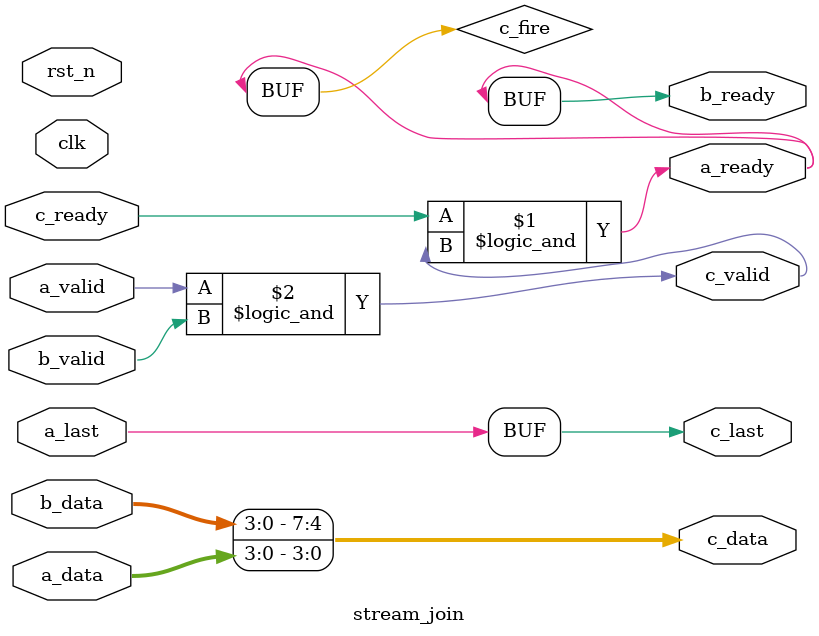
<source format=v>
module stream_join #(
        parameter DATA_WD = 4,
        parameter HA_LAST = 0
    )(
        input                       clk,
        input                       rst_n,

        input                       a_valid,
        input  [DATA_WD - 1 : 0]    a_data,
        input                       a_last,
        output                      a_ready,

        input                       b_valid,
        input  [DATA_WD - 1 : 0]    b_data,
        output                      b_ready,

        output                      c_valid,
        output [2*DATA_WD - 1 : 0]  c_data,
        output                      c_last,
        input                       c_ready
    );

    wire    c_fire  = c_ready && c_valid;

    assign  c_valid = a_valid && b_valid;
    assign  c_last  = a_last;
    assign  c_data  = {b_data, a_data};

    generate if (HA_LAST) begin
                assign a_ready = c_fire;
                assign b_ready = c_fire && a_last;
            end
            else begin
                assign a_ready = c_fire;
                assign b_ready = c_fire;
            end
    endgenerate
endmodule

</source>
